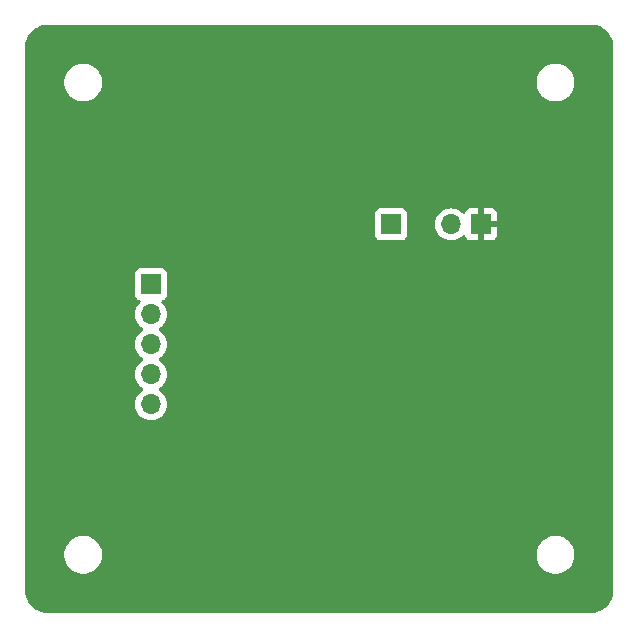
<source format=gbr>
%TF.GenerationSoftware,KiCad,Pcbnew,8.0.6-1.fc41*%
%TF.CreationDate,2024-12-16T12:55:24-05:00*%
%TF.ProjectId,MAX5719_breakout,4d415835-3731-4395-9f62-7265616b6f75,rev?*%
%TF.SameCoordinates,Original*%
%TF.FileFunction,Copper,L2,Bot*%
%TF.FilePolarity,Positive*%
%FSLAX46Y46*%
G04 Gerber Fmt 4.6, Leading zero omitted, Abs format (unit mm)*
G04 Created by KiCad (PCBNEW 8.0.6-1.fc41) date 2024-12-16 12:55:24*
%MOMM*%
%LPD*%
G01*
G04 APERTURE LIST*
%TA.AperFunction,ComponentPad*%
%ADD10R,1.700000X1.700000*%
%TD*%
%TA.AperFunction,ComponentPad*%
%ADD11O,1.700000X1.700000*%
%TD*%
G04 APERTURE END LIST*
D10*
%TO.P,J2,1,Pin_1*%
%TO.N,GND*%
X172440000Y-103010000D03*
D11*
%TO.P,J2,2,Pin_2*%
%TO.N,5v*%
X169900000Y-103010000D03*
%TD*%
D10*
%TO.P,J1,1,Pin_1*%
%TO.N,AOUT*%
X164820000Y-103010000D03*
%TD*%
%TO.P,J3,1,Pin_1*%
%TO.N,3v3*%
X144500000Y-108090000D03*
D11*
%TO.P,J3,2,Pin_2*%
%TO.N,CS*%
X144500000Y-110630000D03*
%TO.P,J3,3,Pin_3*%
%TO.N,SCLK*%
X144500000Y-113170000D03*
%TO.P,J3,4,Pin_4*%
%TO.N,MOSI*%
X144500000Y-115710000D03*
%TO.P,J3,5,Pin_5*%
%TO.N,LDAC*%
X144500000Y-118250000D03*
%TD*%
%TA.AperFunction,Conductor*%
%TO.N,GND*%
G36*
X181754042Y-86100765D02*
G01*
X181778041Y-86102337D01*
X181989839Y-86116219D01*
X182005900Y-86118334D01*
X182233662Y-86163639D01*
X182249316Y-86167834D01*
X182469218Y-86242481D01*
X182484189Y-86248682D01*
X182681453Y-86345961D01*
X182692460Y-86351390D01*
X182706506Y-86359500D01*
X182899583Y-86488509D01*
X182912452Y-86498383D01*
X183087038Y-86651492D01*
X183098507Y-86662961D01*
X183251616Y-86837547D01*
X183261490Y-86850416D01*
X183390499Y-87043493D01*
X183398609Y-87057539D01*
X183501314Y-87265803D01*
X183507521Y-87280788D01*
X183582163Y-87500676D01*
X183586361Y-87516343D01*
X183631663Y-87744087D01*
X183633781Y-87760169D01*
X183649235Y-87995956D01*
X183649500Y-88004066D01*
X183649500Y-133995933D01*
X183649235Y-134004043D01*
X183633781Y-134239830D01*
X183631663Y-134255912D01*
X183586361Y-134483656D01*
X183582163Y-134499323D01*
X183507521Y-134719211D01*
X183501314Y-134734196D01*
X183398609Y-134942460D01*
X183390499Y-134956506D01*
X183261490Y-135149583D01*
X183251616Y-135162452D01*
X183098507Y-135337038D01*
X183087038Y-135348507D01*
X182912452Y-135501616D01*
X182899583Y-135511490D01*
X182706506Y-135640499D01*
X182692460Y-135648609D01*
X182484196Y-135751314D01*
X182469211Y-135757521D01*
X182249323Y-135832163D01*
X182233656Y-135836361D01*
X182005912Y-135881663D01*
X181989830Y-135883781D01*
X181754043Y-135899235D01*
X181745933Y-135899500D01*
X135754067Y-135899500D01*
X135745957Y-135899235D01*
X135510169Y-135883781D01*
X135494087Y-135881663D01*
X135266343Y-135836361D01*
X135250676Y-135832163D01*
X135030788Y-135757521D01*
X135015803Y-135751314D01*
X134807539Y-135648609D01*
X134793493Y-135640499D01*
X134600416Y-135511490D01*
X134587547Y-135501616D01*
X134412961Y-135348507D01*
X134401492Y-135337038D01*
X134248383Y-135162452D01*
X134238509Y-135149583D01*
X134109500Y-134956506D01*
X134101390Y-134942460D01*
X134095749Y-134931021D01*
X133998682Y-134734189D01*
X133992481Y-134719218D01*
X133917834Y-134499316D01*
X133913638Y-134483656D01*
X133868334Y-134255900D01*
X133866219Y-134239839D01*
X133850765Y-134004042D01*
X133850500Y-133995933D01*
X133850500Y-130874038D01*
X137149500Y-130874038D01*
X137149500Y-131125961D01*
X137188910Y-131374785D01*
X137266760Y-131614383D01*
X137381132Y-131838848D01*
X137529201Y-132042649D01*
X137529205Y-132042654D01*
X137707345Y-132220794D01*
X137707350Y-132220798D01*
X137885117Y-132349952D01*
X137911155Y-132368870D01*
X138054184Y-132441747D01*
X138135616Y-132483239D01*
X138135618Y-132483239D01*
X138135621Y-132483241D01*
X138375215Y-132561090D01*
X138624038Y-132600500D01*
X138624039Y-132600500D01*
X138875961Y-132600500D01*
X138875962Y-132600500D01*
X139124785Y-132561090D01*
X139364379Y-132483241D01*
X139588845Y-132368870D01*
X139792656Y-132220793D01*
X139970793Y-132042656D01*
X140118870Y-131838845D01*
X140233241Y-131614379D01*
X140311090Y-131374785D01*
X140350500Y-131125962D01*
X140350500Y-130874038D01*
X177149500Y-130874038D01*
X177149500Y-131125961D01*
X177188910Y-131374785D01*
X177266760Y-131614383D01*
X177381132Y-131838848D01*
X177529201Y-132042649D01*
X177529205Y-132042654D01*
X177707345Y-132220794D01*
X177707350Y-132220798D01*
X177885117Y-132349952D01*
X177911155Y-132368870D01*
X178054184Y-132441747D01*
X178135616Y-132483239D01*
X178135618Y-132483239D01*
X178135621Y-132483241D01*
X178375215Y-132561090D01*
X178624038Y-132600500D01*
X178624039Y-132600500D01*
X178875961Y-132600500D01*
X178875962Y-132600500D01*
X179124785Y-132561090D01*
X179364379Y-132483241D01*
X179588845Y-132368870D01*
X179792656Y-132220793D01*
X179970793Y-132042656D01*
X180118870Y-131838845D01*
X180233241Y-131614379D01*
X180311090Y-131374785D01*
X180350500Y-131125962D01*
X180350500Y-130874038D01*
X180311090Y-130625215D01*
X180233241Y-130385621D01*
X180233239Y-130385618D01*
X180233239Y-130385616D01*
X180191747Y-130304184D01*
X180118870Y-130161155D01*
X180099952Y-130135117D01*
X179970798Y-129957350D01*
X179970794Y-129957345D01*
X179792654Y-129779205D01*
X179792649Y-129779201D01*
X179588848Y-129631132D01*
X179588847Y-129631131D01*
X179588845Y-129631130D01*
X179518747Y-129595413D01*
X179364383Y-129516760D01*
X179124785Y-129438910D01*
X178875962Y-129399500D01*
X178624038Y-129399500D01*
X178499626Y-129419205D01*
X178375214Y-129438910D01*
X178135616Y-129516760D01*
X177911151Y-129631132D01*
X177707350Y-129779201D01*
X177707345Y-129779205D01*
X177529205Y-129957345D01*
X177529201Y-129957350D01*
X177381132Y-130161151D01*
X177266760Y-130385616D01*
X177188910Y-130625214D01*
X177149500Y-130874038D01*
X140350500Y-130874038D01*
X140311090Y-130625215D01*
X140233241Y-130385621D01*
X140233239Y-130385618D01*
X140233239Y-130385616D01*
X140191747Y-130304184D01*
X140118870Y-130161155D01*
X140099952Y-130135117D01*
X139970798Y-129957350D01*
X139970794Y-129957345D01*
X139792654Y-129779205D01*
X139792649Y-129779201D01*
X139588848Y-129631132D01*
X139588847Y-129631131D01*
X139588845Y-129631130D01*
X139518747Y-129595413D01*
X139364383Y-129516760D01*
X139124785Y-129438910D01*
X138875962Y-129399500D01*
X138624038Y-129399500D01*
X138499626Y-129419205D01*
X138375214Y-129438910D01*
X138135616Y-129516760D01*
X137911151Y-129631132D01*
X137707350Y-129779201D01*
X137707345Y-129779205D01*
X137529205Y-129957345D01*
X137529201Y-129957350D01*
X137381132Y-130161151D01*
X137266760Y-130385616D01*
X137188910Y-130625214D01*
X137149500Y-130874038D01*
X133850500Y-130874038D01*
X133850500Y-110629999D01*
X143144341Y-110629999D01*
X143144341Y-110630000D01*
X143164936Y-110865403D01*
X143164938Y-110865413D01*
X143226094Y-111093655D01*
X143226096Y-111093659D01*
X143226097Y-111093663D01*
X143325965Y-111307830D01*
X143325967Y-111307834D01*
X143461501Y-111501395D01*
X143461506Y-111501402D01*
X143628597Y-111668493D01*
X143628603Y-111668498D01*
X143814158Y-111798425D01*
X143857783Y-111853002D01*
X143864977Y-111922500D01*
X143833454Y-111984855D01*
X143814158Y-112001575D01*
X143628597Y-112131505D01*
X143461505Y-112298597D01*
X143325965Y-112492169D01*
X143325964Y-112492171D01*
X143226098Y-112706335D01*
X143226094Y-112706344D01*
X143164938Y-112934586D01*
X143164936Y-112934596D01*
X143144341Y-113169999D01*
X143144341Y-113170000D01*
X143164936Y-113405403D01*
X143164938Y-113405413D01*
X143226094Y-113633655D01*
X143226096Y-113633659D01*
X143226097Y-113633663D01*
X143325965Y-113847830D01*
X143325967Y-113847834D01*
X143461501Y-114041395D01*
X143461506Y-114041402D01*
X143628597Y-114208493D01*
X143628603Y-114208498D01*
X143814158Y-114338425D01*
X143857783Y-114393002D01*
X143864977Y-114462500D01*
X143833454Y-114524855D01*
X143814158Y-114541575D01*
X143628597Y-114671505D01*
X143461505Y-114838597D01*
X143325965Y-115032169D01*
X143325964Y-115032171D01*
X143226098Y-115246335D01*
X143226094Y-115246344D01*
X143164938Y-115474586D01*
X143164936Y-115474596D01*
X143144341Y-115709999D01*
X143144341Y-115710000D01*
X143164936Y-115945403D01*
X143164938Y-115945413D01*
X143226094Y-116173655D01*
X143226096Y-116173659D01*
X143226097Y-116173663D01*
X143325965Y-116387830D01*
X143325967Y-116387834D01*
X143461501Y-116581395D01*
X143461506Y-116581402D01*
X143628597Y-116748493D01*
X143628603Y-116748498D01*
X143814158Y-116878425D01*
X143857783Y-116933002D01*
X143864977Y-117002500D01*
X143833454Y-117064855D01*
X143814158Y-117081575D01*
X143628597Y-117211505D01*
X143461505Y-117378597D01*
X143325965Y-117572169D01*
X143325964Y-117572171D01*
X143226098Y-117786335D01*
X143226094Y-117786344D01*
X143164938Y-118014586D01*
X143164936Y-118014596D01*
X143144341Y-118249999D01*
X143144341Y-118250000D01*
X143164936Y-118485403D01*
X143164938Y-118485413D01*
X143226094Y-118713655D01*
X143226096Y-118713659D01*
X143226097Y-118713663D01*
X143325965Y-118927830D01*
X143325967Y-118927834D01*
X143434281Y-119082521D01*
X143461505Y-119121401D01*
X143628599Y-119288495D01*
X143725384Y-119356265D01*
X143822165Y-119424032D01*
X143822167Y-119424033D01*
X143822170Y-119424035D01*
X144036337Y-119523903D01*
X144264592Y-119585063D01*
X144452918Y-119601539D01*
X144499999Y-119605659D01*
X144500000Y-119605659D01*
X144500001Y-119605659D01*
X144539234Y-119602226D01*
X144735408Y-119585063D01*
X144963663Y-119523903D01*
X145177830Y-119424035D01*
X145371401Y-119288495D01*
X145538495Y-119121401D01*
X145674035Y-118927830D01*
X145773903Y-118713663D01*
X145835063Y-118485408D01*
X145855659Y-118250000D01*
X145835063Y-118014592D01*
X145773903Y-117786337D01*
X145674035Y-117572171D01*
X145538495Y-117378599D01*
X145538494Y-117378597D01*
X145371402Y-117211506D01*
X145371396Y-117211501D01*
X145185842Y-117081575D01*
X145142217Y-117026998D01*
X145135023Y-116957500D01*
X145166546Y-116895145D01*
X145185842Y-116878425D01*
X145208026Y-116862891D01*
X145371401Y-116748495D01*
X145538495Y-116581401D01*
X145674035Y-116387830D01*
X145773903Y-116173663D01*
X145835063Y-115945408D01*
X145855659Y-115710000D01*
X145835063Y-115474592D01*
X145773903Y-115246337D01*
X145674035Y-115032171D01*
X145538495Y-114838599D01*
X145538494Y-114838597D01*
X145371402Y-114671506D01*
X145371396Y-114671501D01*
X145185842Y-114541575D01*
X145142217Y-114486998D01*
X145135023Y-114417500D01*
X145166546Y-114355145D01*
X145185842Y-114338425D01*
X145208026Y-114322891D01*
X145371401Y-114208495D01*
X145538495Y-114041401D01*
X145674035Y-113847830D01*
X145773903Y-113633663D01*
X145835063Y-113405408D01*
X145855659Y-113170000D01*
X145835063Y-112934592D01*
X145773903Y-112706337D01*
X145674035Y-112492171D01*
X145538495Y-112298599D01*
X145538494Y-112298597D01*
X145371402Y-112131506D01*
X145371396Y-112131501D01*
X145185842Y-112001575D01*
X145142217Y-111946998D01*
X145135023Y-111877500D01*
X145166546Y-111815145D01*
X145185842Y-111798425D01*
X145208026Y-111782891D01*
X145371401Y-111668495D01*
X145538495Y-111501401D01*
X145674035Y-111307830D01*
X145773903Y-111093663D01*
X145835063Y-110865408D01*
X145855659Y-110630000D01*
X145835063Y-110394592D01*
X145773903Y-110166337D01*
X145674035Y-109952171D01*
X145538495Y-109758599D01*
X145416567Y-109636671D01*
X145383084Y-109575351D01*
X145388068Y-109505659D01*
X145429939Y-109449725D01*
X145460915Y-109432810D01*
X145592331Y-109383796D01*
X145707546Y-109297546D01*
X145793796Y-109182331D01*
X145844091Y-109047483D01*
X145850500Y-108987873D01*
X145850499Y-107192128D01*
X145844091Y-107132517D01*
X145793796Y-106997669D01*
X145793795Y-106997668D01*
X145793793Y-106997664D01*
X145707547Y-106882455D01*
X145707544Y-106882452D01*
X145592335Y-106796206D01*
X145592328Y-106796202D01*
X145457482Y-106745908D01*
X145457483Y-106745908D01*
X145397883Y-106739501D01*
X145397881Y-106739500D01*
X145397873Y-106739500D01*
X145397864Y-106739500D01*
X143602129Y-106739500D01*
X143602123Y-106739501D01*
X143542516Y-106745908D01*
X143407671Y-106796202D01*
X143407664Y-106796206D01*
X143292455Y-106882452D01*
X143292452Y-106882455D01*
X143206206Y-106997664D01*
X143206202Y-106997671D01*
X143155908Y-107132517D01*
X143149501Y-107192116D01*
X143149501Y-107192123D01*
X143149500Y-107192135D01*
X143149500Y-108987870D01*
X143149501Y-108987876D01*
X143155908Y-109047483D01*
X143206202Y-109182328D01*
X143206206Y-109182335D01*
X143292452Y-109297544D01*
X143292455Y-109297547D01*
X143407664Y-109383793D01*
X143407671Y-109383797D01*
X143539081Y-109432810D01*
X143595015Y-109474681D01*
X143619432Y-109540145D01*
X143604580Y-109608418D01*
X143583430Y-109636673D01*
X143461503Y-109758600D01*
X143325965Y-109952169D01*
X143325964Y-109952171D01*
X143226098Y-110166335D01*
X143226094Y-110166344D01*
X143164938Y-110394586D01*
X143164936Y-110394596D01*
X143144341Y-110629999D01*
X133850500Y-110629999D01*
X133850500Y-102112135D01*
X163469500Y-102112135D01*
X163469500Y-103907870D01*
X163469501Y-103907876D01*
X163475908Y-103967483D01*
X163526202Y-104102328D01*
X163526206Y-104102335D01*
X163612452Y-104217544D01*
X163612455Y-104217547D01*
X163727664Y-104303793D01*
X163727671Y-104303797D01*
X163862517Y-104354091D01*
X163862516Y-104354091D01*
X163869444Y-104354835D01*
X163922127Y-104360500D01*
X165717872Y-104360499D01*
X165777483Y-104354091D01*
X165912331Y-104303796D01*
X166027546Y-104217546D01*
X166113796Y-104102331D01*
X166164091Y-103967483D01*
X166170500Y-103907873D01*
X166170499Y-103009999D01*
X168544341Y-103009999D01*
X168544341Y-103010000D01*
X168564936Y-103245403D01*
X168564938Y-103245413D01*
X168626094Y-103473655D01*
X168626096Y-103473659D01*
X168626097Y-103473663D01*
X168725965Y-103687830D01*
X168725967Y-103687834D01*
X168834281Y-103842521D01*
X168861505Y-103881401D01*
X169028599Y-104048495D01*
X169125384Y-104116265D01*
X169222165Y-104184032D01*
X169222167Y-104184033D01*
X169222170Y-104184035D01*
X169436337Y-104283903D01*
X169664592Y-104345063D01*
X169841034Y-104360500D01*
X169899999Y-104365659D01*
X169900000Y-104365659D01*
X169900001Y-104365659D01*
X169958966Y-104360500D01*
X170135408Y-104345063D01*
X170363663Y-104283903D01*
X170577830Y-104184035D01*
X170771401Y-104048495D01*
X170893717Y-103926178D01*
X170955036Y-103892696D01*
X171024728Y-103897680D01*
X171080662Y-103939551D01*
X171097577Y-103970528D01*
X171146646Y-104102088D01*
X171146649Y-104102093D01*
X171232809Y-104217187D01*
X171232812Y-104217190D01*
X171347906Y-104303350D01*
X171347913Y-104303354D01*
X171482620Y-104353596D01*
X171482627Y-104353598D01*
X171542155Y-104359999D01*
X171542172Y-104360000D01*
X172190000Y-104360000D01*
X172190000Y-103443012D01*
X172247007Y-103475925D01*
X172374174Y-103510000D01*
X172505826Y-103510000D01*
X172632993Y-103475925D01*
X172690000Y-103443012D01*
X172690000Y-104360000D01*
X173337828Y-104360000D01*
X173337844Y-104359999D01*
X173397372Y-104353598D01*
X173397379Y-104353596D01*
X173532086Y-104303354D01*
X173532093Y-104303350D01*
X173647187Y-104217190D01*
X173647190Y-104217187D01*
X173733350Y-104102093D01*
X173733354Y-104102086D01*
X173783596Y-103967379D01*
X173783598Y-103967372D01*
X173789999Y-103907844D01*
X173790000Y-103907827D01*
X173790000Y-103260000D01*
X172873012Y-103260000D01*
X172905925Y-103202993D01*
X172940000Y-103075826D01*
X172940000Y-102944174D01*
X172905925Y-102817007D01*
X172873012Y-102760000D01*
X173790000Y-102760000D01*
X173790000Y-102112172D01*
X173789999Y-102112155D01*
X173783598Y-102052627D01*
X173783596Y-102052620D01*
X173733354Y-101917913D01*
X173733350Y-101917906D01*
X173647190Y-101802812D01*
X173647187Y-101802809D01*
X173532093Y-101716649D01*
X173532086Y-101716645D01*
X173397379Y-101666403D01*
X173397372Y-101666401D01*
X173337844Y-101660000D01*
X172690000Y-101660000D01*
X172690000Y-102576988D01*
X172632993Y-102544075D01*
X172505826Y-102510000D01*
X172374174Y-102510000D01*
X172247007Y-102544075D01*
X172190000Y-102576988D01*
X172190000Y-101660000D01*
X171542155Y-101660000D01*
X171482627Y-101666401D01*
X171482620Y-101666403D01*
X171347913Y-101716645D01*
X171347906Y-101716649D01*
X171232812Y-101802809D01*
X171232809Y-101802812D01*
X171146649Y-101917906D01*
X171146645Y-101917913D01*
X171097578Y-102049470D01*
X171055707Y-102105404D01*
X170990242Y-102129821D01*
X170921969Y-102114969D01*
X170893715Y-102093819D01*
X170849366Y-102049470D01*
X170771401Y-101971505D01*
X170771397Y-101971502D01*
X170771396Y-101971501D01*
X170577834Y-101835967D01*
X170577830Y-101835965D01*
X170506727Y-101802809D01*
X170363663Y-101736097D01*
X170363659Y-101736096D01*
X170363655Y-101736094D01*
X170135413Y-101674938D01*
X170135403Y-101674936D01*
X169900001Y-101654341D01*
X169899999Y-101654341D01*
X169664596Y-101674936D01*
X169664586Y-101674938D01*
X169436344Y-101736094D01*
X169436335Y-101736098D01*
X169222171Y-101835964D01*
X169222169Y-101835965D01*
X169028597Y-101971505D01*
X168861505Y-102138597D01*
X168725965Y-102332169D01*
X168725964Y-102332171D01*
X168626098Y-102546335D01*
X168626094Y-102546344D01*
X168564938Y-102774586D01*
X168564936Y-102774596D01*
X168544341Y-103009999D01*
X166170499Y-103009999D01*
X166170499Y-102112128D01*
X166164091Y-102052517D01*
X166113884Y-101917906D01*
X166113797Y-101917671D01*
X166113793Y-101917664D01*
X166027547Y-101802455D01*
X166027544Y-101802452D01*
X165912335Y-101716206D01*
X165912328Y-101716202D01*
X165777482Y-101665908D01*
X165777483Y-101665908D01*
X165717883Y-101659501D01*
X165717881Y-101659500D01*
X165717873Y-101659500D01*
X165717864Y-101659500D01*
X163922129Y-101659500D01*
X163922123Y-101659501D01*
X163862516Y-101665908D01*
X163727671Y-101716202D01*
X163727664Y-101716206D01*
X163612455Y-101802452D01*
X163612452Y-101802455D01*
X163526206Y-101917664D01*
X163526202Y-101917671D01*
X163475908Y-102052517D01*
X163471468Y-102093819D01*
X163469501Y-102112123D01*
X163469500Y-102112135D01*
X133850500Y-102112135D01*
X133850500Y-90874038D01*
X137149500Y-90874038D01*
X137149500Y-91125961D01*
X137188910Y-91374785D01*
X137266760Y-91614383D01*
X137381132Y-91838848D01*
X137529201Y-92042649D01*
X137529205Y-92042654D01*
X137707345Y-92220794D01*
X137707350Y-92220798D01*
X137885117Y-92349952D01*
X137911155Y-92368870D01*
X138054184Y-92441747D01*
X138135616Y-92483239D01*
X138135618Y-92483239D01*
X138135621Y-92483241D01*
X138375215Y-92561090D01*
X138624038Y-92600500D01*
X138624039Y-92600500D01*
X138875961Y-92600500D01*
X138875962Y-92600500D01*
X139124785Y-92561090D01*
X139364379Y-92483241D01*
X139588845Y-92368870D01*
X139792656Y-92220793D01*
X139970793Y-92042656D01*
X140118870Y-91838845D01*
X140233241Y-91614379D01*
X140311090Y-91374785D01*
X140350500Y-91125962D01*
X140350500Y-90874038D01*
X177149500Y-90874038D01*
X177149500Y-91125961D01*
X177188910Y-91374785D01*
X177266760Y-91614383D01*
X177381132Y-91838848D01*
X177529201Y-92042649D01*
X177529205Y-92042654D01*
X177707345Y-92220794D01*
X177707350Y-92220798D01*
X177885117Y-92349952D01*
X177911155Y-92368870D01*
X178054184Y-92441747D01*
X178135616Y-92483239D01*
X178135618Y-92483239D01*
X178135621Y-92483241D01*
X178375215Y-92561090D01*
X178624038Y-92600500D01*
X178624039Y-92600500D01*
X178875961Y-92600500D01*
X178875962Y-92600500D01*
X179124785Y-92561090D01*
X179364379Y-92483241D01*
X179588845Y-92368870D01*
X179792656Y-92220793D01*
X179970793Y-92042656D01*
X180118870Y-91838845D01*
X180233241Y-91614379D01*
X180311090Y-91374785D01*
X180350500Y-91125962D01*
X180350500Y-90874038D01*
X180311090Y-90625215D01*
X180233241Y-90385621D01*
X180233239Y-90385618D01*
X180233239Y-90385616D01*
X180191747Y-90304184D01*
X180118870Y-90161155D01*
X180099952Y-90135117D01*
X179970798Y-89957350D01*
X179970794Y-89957345D01*
X179792654Y-89779205D01*
X179792649Y-89779201D01*
X179588848Y-89631132D01*
X179588847Y-89631131D01*
X179588845Y-89631130D01*
X179518747Y-89595413D01*
X179364383Y-89516760D01*
X179124785Y-89438910D01*
X178875962Y-89399500D01*
X178624038Y-89399500D01*
X178499626Y-89419205D01*
X178375214Y-89438910D01*
X178135616Y-89516760D01*
X177911151Y-89631132D01*
X177707350Y-89779201D01*
X177707345Y-89779205D01*
X177529205Y-89957345D01*
X177529201Y-89957350D01*
X177381132Y-90161151D01*
X177266760Y-90385616D01*
X177188910Y-90625214D01*
X177149500Y-90874038D01*
X140350500Y-90874038D01*
X140311090Y-90625215D01*
X140233241Y-90385621D01*
X140233239Y-90385618D01*
X140233239Y-90385616D01*
X140191747Y-90304184D01*
X140118870Y-90161155D01*
X140099952Y-90135117D01*
X139970798Y-89957350D01*
X139970794Y-89957345D01*
X139792654Y-89779205D01*
X139792649Y-89779201D01*
X139588848Y-89631132D01*
X139588847Y-89631131D01*
X139588845Y-89631130D01*
X139518747Y-89595413D01*
X139364383Y-89516760D01*
X139124785Y-89438910D01*
X138875962Y-89399500D01*
X138624038Y-89399500D01*
X138499626Y-89419205D01*
X138375214Y-89438910D01*
X138135616Y-89516760D01*
X137911151Y-89631132D01*
X137707350Y-89779201D01*
X137707345Y-89779205D01*
X137529205Y-89957345D01*
X137529201Y-89957350D01*
X137381132Y-90161151D01*
X137266760Y-90385616D01*
X137188910Y-90625214D01*
X137149500Y-90874038D01*
X133850500Y-90874038D01*
X133850500Y-88004066D01*
X133850765Y-87995957D01*
X133859523Y-87862326D01*
X133866219Y-87760158D01*
X133868334Y-87744101D01*
X133913640Y-87516333D01*
X133917833Y-87500686D01*
X133992482Y-87280776D01*
X133998679Y-87265816D01*
X134101393Y-87057533D01*
X134109500Y-87043493D01*
X134238509Y-86850416D01*
X134248374Y-86837558D01*
X134401497Y-86662955D01*
X134412955Y-86651497D01*
X134587558Y-86498374D01*
X134600411Y-86488512D01*
X134793493Y-86359500D01*
X134807533Y-86351393D01*
X135015816Y-86248679D01*
X135030776Y-86242482D01*
X135250686Y-86167833D01*
X135266333Y-86163640D01*
X135494101Y-86118334D01*
X135510158Y-86116219D01*
X135723768Y-86102219D01*
X135745958Y-86100765D01*
X135754067Y-86100500D01*
X135776929Y-86100500D01*
X181723071Y-86100500D01*
X181745933Y-86100500D01*
X181754042Y-86100765D01*
G37*
%TD.AperFunction*%
%TD*%
M02*

</source>
